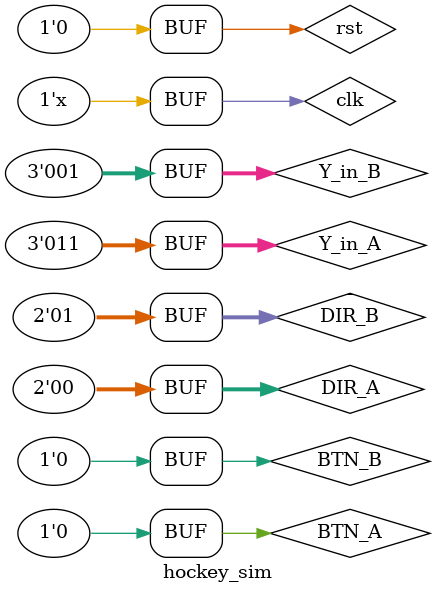
<source format=v>
`timescale 1ns / 1ps

module hockey_sim();

    parameter HP = 5;       // Half period of our clock signal
    parameter FP = (2*HP);  // Full period of our clock signal
    
    parameter TP = (4*FP);  // time between turns

    reg clk, rst, BTN_A, BTN_B;
    reg [1:0] DIR_A;
    reg [1:0] DIR_B;
    reg [2:0] Y_in_A;
    reg [2:0] Y_in_B;

    wire [2:0] X_COORD, Y_COORD;

    // Our design-under-test is the hockey module
    hockey dut(clk, rst, BTN_A, BTN_B, DIR_A, DIR_B, Y_in_A, Y_in_B, X_COORD, Y_COORD);

    // This always statement automatically cycles between clock high and clock low in HP (Half Period) time.
    always #HP clk = ~clk;

    initial begin
        // Initialize all inputs
        clk = 0; 
        rst = 0;
        BTN_A = 0;
        BTN_B = 0;
        DIR_A = 0;
        DIR_B = 0;
        Y_in_A = 0;
        Y_in_B = 0;

        // Apply reset
        #FP;
        rst = 1;
        #FP;
        rst = 0;

        // Test scenario
        // Example: Simulate a scenario where Player A hits the ball
        #FP;
        #FP;
        BTN_A = 1; // Player A hits the button
        Y_in_A = 4; // Set Y-coordinate input for Player A
        DIR_A = 2'b10; // Direction for Player A
        #FP; BTN_A = 0;
        #TP;
		BTN_B = 1;
		DIR_B = 2;
		Y_in_B = 1;
		#FP;
		BTN_B = 0;
        #FP;
        BTN_B = 1;
        DIR_B = 0;
        Y_in_B = 2;
        #FP;
        BTN_B = 0;
        #TP;
        BTN_A = 1;
        DIR_A = 2;
        Y_in_A = 1;
        #FP;
        BTN_A = 0;
        #FP;
        BTN_A = 1;
        DIR_A = 0;
        Y_in_A = 2;
        #FP;
        BTN_A = 0;
        #TP;
        BTN_B = 1;
        DIR_B = 2;
        Y_in_B = 1;
        #FP;
        BTN_B = 0;
        #FP;
        #FP;
        BTN_B = 1;
        DIR_B = 1;
        Y_in_B = 1;
        #FP;
        BTN_B = 0;
        #TP;
        BTN_A = 1;
        Y_in_A = 3;
        DIR_A = 0;
        #FP;
        BTN_A = 0;
        #TP;
		
    end

endmodule
</source>
